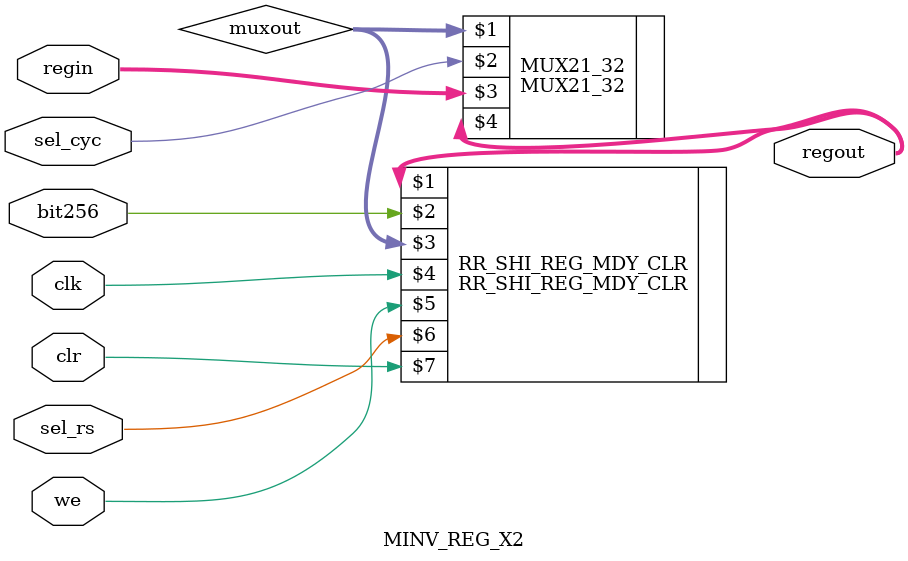
<source format=v>
module  MINV_REG_X2(regout,bit256,regin,clk,we,sel_cyc,sel_rs,clr);
  output [31:0] regout;
  input [31:0] regin;
  input  clk,we,sel_cyc,sel_rs,bit256,clr;
  wire [31:0] muxout;        

  //sel_cyc=0,select regin;sel_cyc=1,select regout.
  MUX21_32  MUX21_32(muxout,sel_cyc,regin,regout);
  
  //sel_rs=0,select muxout;sel_rs=1,select right shift 1bit.
  RR_SHI_REG_MDY_CLR  RR_SHI_REG_MDY_CLR(regout,bit256,muxout,clk,we,sel_rs,clr);
  
endmodule
</source>
